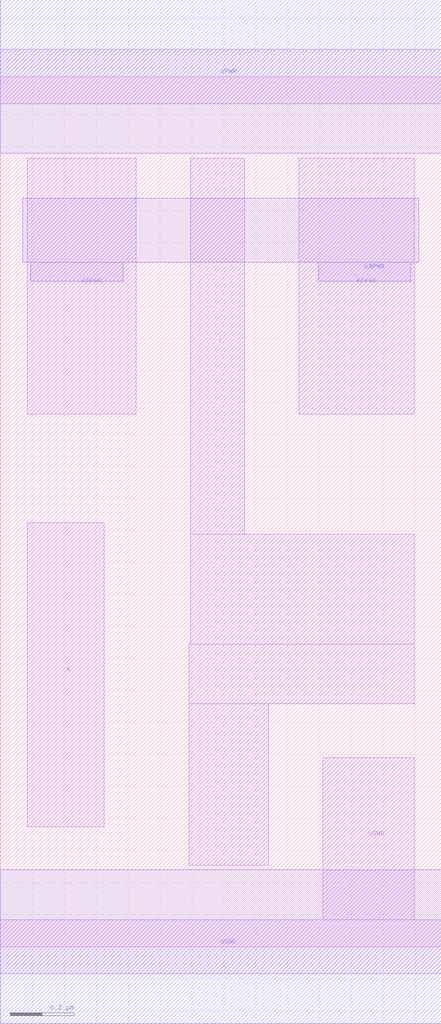
<source format=lef>
# Copyright 2020 The SkyWater PDK Authors
#
# Licensed under the Apache License, Version 2.0 (the "License");
# you may not use this file except in compliance with the License.
# You may obtain a copy of the License at
#
#     https://www.apache.org/licenses/LICENSE-2.0
#
# Unless required by applicable law or agreed to in writing, software
# distributed under the License is distributed on an "AS IS" BASIS,
# WITHOUT WARRANTIES OR CONDITIONS OF ANY KIND, either express or implied.
# See the License for the specific language governing permissions and
# limitations under the License.
#
# SPDX-License-Identifier: Apache-2.0

VERSION 5.5 ;
NAMESCASESENSITIVE ON ;
BUSBITCHARS "[]" ;
DIVIDERCHAR "/" ;
MACRO sky130_fd_sc_hd__lpflow_clkinvkapwr_1
  CLASS CORE ;
  SOURCE USER ;
  ORIGIN  0.000000  0.000000 ;
  SIZE  1.380000 BY  2.720000 ;
  SYMMETRY X Y R90 ;
  SITE unithd ;
  PIN A
    ANTENNAGATEAREA  0.315000 ;
    DIRECTION INPUT ;
    USE SIGNAL ;
    PORT
      LAYER li1 ;
        RECT 0.085000 0.375000 0.325000 1.325000 ;
    END
  END A
  PIN Y
    ANTENNADIFFAREA  0.336000 ;
    DIRECTION OUTPUT ;
    USE SIGNAL ;
    PORT
      LAYER li1 ;
        RECT 0.590000 0.255000 0.840000 0.760000 ;
        RECT 0.590000 0.760000 1.295000 0.945000 ;
        RECT 0.595000 0.945000 1.295000 1.290000 ;
        RECT 0.595000 1.290000 0.765000 2.465000 ;
    END
  END Y
  PIN KAPWR
    DIRECTION INOUT ;
    SHAPE ABUTMENT ;
    USE POWER ;
    PORT
      LAYER li1 ;
        RECT 0.085000 1.665000 0.425000 2.465000 ;
    END
    PORT
      LAYER li1 ;
        RECT 0.935000 1.665000 1.295000 2.465000 ;
    END
    PORT
      LAYER met1 ;
        RECT 0.070000 2.140000 1.310000 2.340000 ;
        RECT 0.095000 2.080000 0.385000 2.140000 ;
        RECT 0.995000 2.080000 1.285000 2.140000 ;
    END
  END KAPWR
  PIN VGND
    DIRECTION INOUT ;
    SHAPE ABUTMENT ;
    USE GROUND ;
    PORT
      LAYER li1 ;
        RECT 0.000000 -0.085000 1.380000 0.085000 ;
        RECT 1.010000  0.085000 1.295000 0.590000 ;
    END
    PORT
      LAYER met1 ;
        RECT 0.000000 -0.240000 1.380000 0.240000 ;
    END
  END VGND
  PIN VPWR
    DIRECTION INOUT ;
    SHAPE ABUTMENT ;
    USE POWER ;
    PORT
      LAYER li1 ;
        RECT 0.000000 2.635000 1.380000 2.805000 ;
    END
    PORT
      LAYER met1 ;
        RECT 0.000000 2.480000 1.380000 2.960000 ;
    END
  END VPWR
  OBS
  END
END sky130_fd_sc_hd__lpflow_clkinvkapwr_1

</source>
